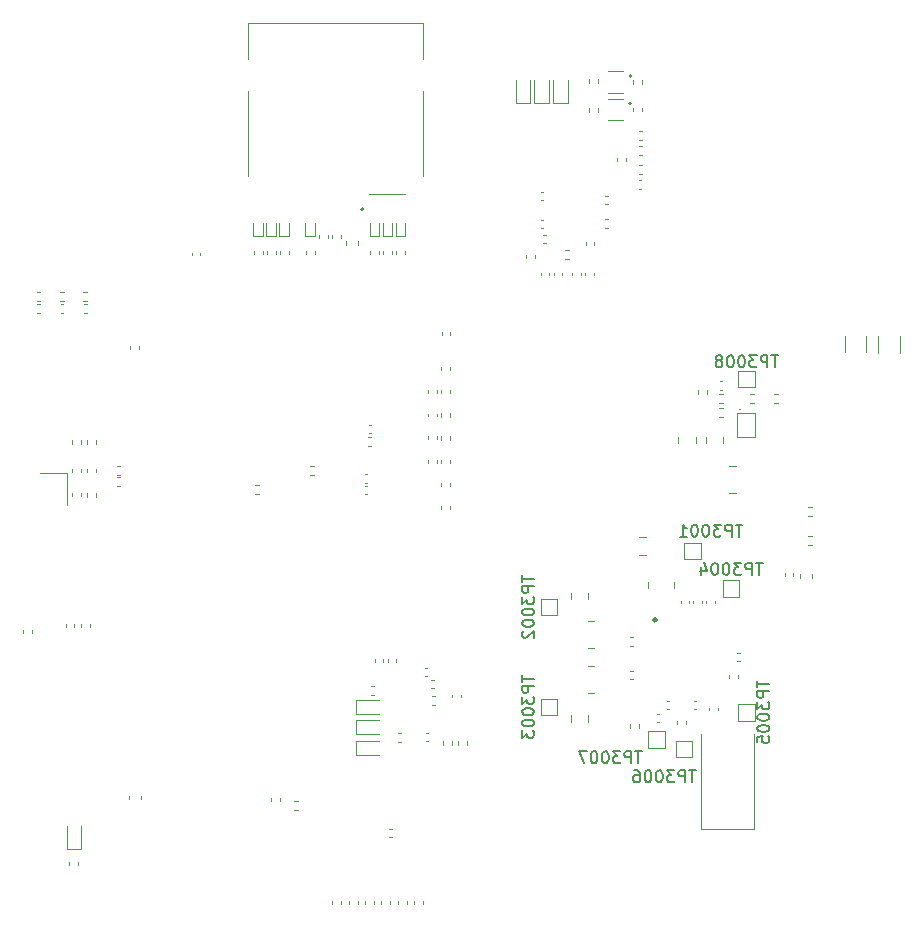
<source format=gbr>
%TF.GenerationSoftware,KiCad,Pcbnew,9.0.1*%
%TF.CreationDate,2026-02-07T17:07:50-05:00*%
%TF.ProjectId,Leonhart,4c656f6e-6861-4727-942e-6b696361645f,rev?*%
%TF.SameCoordinates,Original*%
%TF.FileFunction,Legend,Bot*%
%TF.FilePolarity,Positive*%
%FSLAX46Y46*%
G04 Gerber Fmt 4.6, Leading zero omitted, Abs format (unit mm)*
G04 Created by KiCad (PCBNEW 9.0.1) date 2026-02-07 17:07:50*
%MOMM*%
%LPD*%
G01*
G04 APERTURE LIST*
%ADD10C,0.150000*%
%ADD11C,0.120000*%
%ADD12C,0.250000*%
%ADD13C,0.100000*%
%ADD14C,0.200000*%
%ADD15C,0.050000*%
G04 APERTURE END LIST*
D10*
X162060475Y-128984819D02*
X161489047Y-128984819D01*
X161774761Y-129984819D02*
X161774761Y-128984819D01*
X161155713Y-129984819D02*
X161155713Y-128984819D01*
X161155713Y-128984819D02*
X160774761Y-128984819D01*
X160774761Y-128984819D02*
X160679523Y-129032438D01*
X160679523Y-129032438D02*
X160631904Y-129080057D01*
X160631904Y-129080057D02*
X160584285Y-129175295D01*
X160584285Y-129175295D02*
X160584285Y-129318152D01*
X160584285Y-129318152D02*
X160631904Y-129413390D01*
X160631904Y-129413390D02*
X160679523Y-129461009D01*
X160679523Y-129461009D02*
X160774761Y-129508628D01*
X160774761Y-129508628D02*
X161155713Y-129508628D01*
X160250951Y-128984819D02*
X159631904Y-128984819D01*
X159631904Y-128984819D02*
X159965237Y-129365771D01*
X159965237Y-129365771D02*
X159822380Y-129365771D01*
X159822380Y-129365771D02*
X159727142Y-129413390D01*
X159727142Y-129413390D02*
X159679523Y-129461009D01*
X159679523Y-129461009D02*
X159631904Y-129556247D01*
X159631904Y-129556247D02*
X159631904Y-129794342D01*
X159631904Y-129794342D02*
X159679523Y-129889580D01*
X159679523Y-129889580D02*
X159727142Y-129937200D01*
X159727142Y-129937200D02*
X159822380Y-129984819D01*
X159822380Y-129984819D02*
X160108094Y-129984819D01*
X160108094Y-129984819D02*
X160203332Y-129937200D01*
X160203332Y-129937200D02*
X160250951Y-129889580D01*
X159012856Y-128984819D02*
X158917618Y-128984819D01*
X158917618Y-128984819D02*
X158822380Y-129032438D01*
X158822380Y-129032438D02*
X158774761Y-129080057D01*
X158774761Y-129080057D02*
X158727142Y-129175295D01*
X158727142Y-129175295D02*
X158679523Y-129365771D01*
X158679523Y-129365771D02*
X158679523Y-129603866D01*
X158679523Y-129603866D02*
X158727142Y-129794342D01*
X158727142Y-129794342D02*
X158774761Y-129889580D01*
X158774761Y-129889580D02*
X158822380Y-129937200D01*
X158822380Y-129937200D02*
X158917618Y-129984819D01*
X158917618Y-129984819D02*
X159012856Y-129984819D01*
X159012856Y-129984819D02*
X159108094Y-129937200D01*
X159108094Y-129937200D02*
X159155713Y-129889580D01*
X159155713Y-129889580D02*
X159203332Y-129794342D01*
X159203332Y-129794342D02*
X159250951Y-129603866D01*
X159250951Y-129603866D02*
X159250951Y-129365771D01*
X159250951Y-129365771D02*
X159203332Y-129175295D01*
X159203332Y-129175295D02*
X159155713Y-129080057D01*
X159155713Y-129080057D02*
X159108094Y-129032438D01*
X159108094Y-129032438D02*
X159012856Y-128984819D01*
X158060475Y-128984819D02*
X157965237Y-128984819D01*
X157965237Y-128984819D02*
X157869999Y-129032438D01*
X157869999Y-129032438D02*
X157822380Y-129080057D01*
X157822380Y-129080057D02*
X157774761Y-129175295D01*
X157774761Y-129175295D02*
X157727142Y-129365771D01*
X157727142Y-129365771D02*
X157727142Y-129603866D01*
X157727142Y-129603866D02*
X157774761Y-129794342D01*
X157774761Y-129794342D02*
X157822380Y-129889580D01*
X157822380Y-129889580D02*
X157869999Y-129937200D01*
X157869999Y-129937200D02*
X157965237Y-129984819D01*
X157965237Y-129984819D02*
X158060475Y-129984819D01*
X158060475Y-129984819D02*
X158155713Y-129937200D01*
X158155713Y-129937200D02*
X158203332Y-129889580D01*
X158203332Y-129889580D02*
X158250951Y-129794342D01*
X158250951Y-129794342D02*
X158298570Y-129603866D01*
X158298570Y-129603866D02*
X158298570Y-129365771D01*
X158298570Y-129365771D02*
X158250951Y-129175295D01*
X158250951Y-129175295D02*
X158203332Y-129080057D01*
X158203332Y-129080057D02*
X158155713Y-129032438D01*
X158155713Y-129032438D02*
X158060475Y-128984819D01*
X156869999Y-128984819D02*
X157060475Y-128984819D01*
X157060475Y-128984819D02*
X157155713Y-129032438D01*
X157155713Y-129032438D02*
X157203332Y-129080057D01*
X157203332Y-129080057D02*
X157298570Y-129222914D01*
X157298570Y-129222914D02*
X157346189Y-129413390D01*
X157346189Y-129413390D02*
X157346189Y-129794342D01*
X157346189Y-129794342D02*
X157298570Y-129889580D01*
X157298570Y-129889580D02*
X157250951Y-129937200D01*
X157250951Y-129937200D02*
X157155713Y-129984819D01*
X157155713Y-129984819D02*
X156965237Y-129984819D01*
X156965237Y-129984819D02*
X156869999Y-129937200D01*
X156869999Y-129937200D02*
X156822380Y-129889580D01*
X156822380Y-129889580D02*
X156774761Y-129794342D01*
X156774761Y-129794342D02*
X156774761Y-129556247D01*
X156774761Y-129556247D02*
X156822380Y-129461009D01*
X156822380Y-129461009D02*
X156869999Y-129413390D01*
X156869999Y-129413390D02*
X156965237Y-129365771D01*
X156965237Y-129365771D02*
X157155713Y-129365771D01*
X157155713Y-129365771D02*
X157250951Y-129413390D01*
X157250951Y-129413390D02*
X157298570Y-129461009D01*
X157298570Y-129461009D02*
X157346189Y-129556247D01*
X157490475Y-127374819D02*
X156919047Y-127374819D01*
X157204761Y-128374819D02*
X157204761Y-127374819D01*
X156585713Y-128374819D02*
X156585713Y-127374819D01*
X156585713Y-127374819D02*
X156204761Y-127374819D01*
X156204761Y-127374819D02*
X156109523Y-127422438D01*
X156109523Y-127422438D02*
X156061904Y-127470057D01*
X156061904Y-127470057D02*
X156014285Y-127565295D01*
X156014285Y-127565295D02*
X156014285Y-127708152D01*
X156014285Y-127708152D02*
X156061904Y-127803390D01*
X156061904Y-127803390D02*
X156109523Y-127851009D01*
X156109523Y-127851009D02*
X156204761Y-127898628D01*
X156204761Y-127898628D02*
X156585713Y-127898628D01*
X155680951Y-127374819D02*
X155061904Y-127374819D01*
X155061904Y-127374819D02*
X155395237Y-127755771D01*
X155395237Y-127755771D02*
X155252380Y-127755771D01*
X155252380Y-127755771D02*
X155157142Y-127803390D01*
X155157142Y-127803390D02*
X155109523Y-127851009D01*
X155109523Y-127851009D02*
X155061904Y-127946247D01*
X155061904Y-127946247D02*
X155061904Y-128184342D01*
X155061904Y-128184342D02*
X155109523Y-128279580D01*
X155109523Y-128279580D02*
X155157142Y-128327200D01*
X155157142Y-128327200D02*
X155252380Y-128374819D01*
X155252380Y-128374819D02*
X155538094Y-128374819D01*
X155538094Y-128374819D02*
X155633332Y-128327200D01*
X155633332Y-128327200D02*
X155680951Y-128279580D01*
X154442856Y-127374819D02*
X154347618Y-127374819D01*
X154347618Y-127374819D02*
X154252380Y-127422438D01*
X154252380Y-127422438D02*
X154204761Y-127470057D01*
X154204761Y-127470057D02*
X154157142Y-127565295D01*
X154157142Y-127565295D02*
X154109523Y-127755771D01*
X154109523Y-127755771D02*
X154109523Y-127993866D01*
X154109523Y-127993866D02*
X154157142Y-128184342D01*
X154157142Y-128184342D02*
X154204761Y-128279580D01*
X154204761Y-128279580D02*
X154252380Y-128327200D01*
X154252380Y-128327200D02*
X154347618Y-128374819D01*
X154347618Y-128374819D02*
X154442856Y-128374819D01*
X154442856Y-128374819D02*
X154538094Y-128327200D01*
X154538094Y-128327200D02*
X154585713Y-128279580D01*
X154585713Y-128279580D02*
X154633332Y-128184342D01*
X154633332Y-128184342D02*
X154680951Y-127993866D01*
X154680951Y-127993866D02*
X154680951Y-127755771D01*
X154680951Y-127755771D02*
X154633332Y-127565295D01*
X154633332Y-127565295D02*
X154585713Y-127470057D01*
X154585713Y-127470057D02*
X154538094Y-127422438D01*
X154538094Y-127422438D02*
X154442856Y-127374819D01*
X153490475Y-127374819D02*
X153395237Y-127374819D01*
X153395237Y-127374819D02*
X153299999Y-127422438D01*
X153299999Y-127422438D02*
X153252380Y-127470057D01*
X153252380Y-127470057D02*
X153204761Y-127565295D01*
X153204761Y-127565295D02*
X153157142Y-127755771D01*
X153157142Y-127755771D02*
X153157142Y-127993866D01*
X153157142Y-127993866D02*
X153204761Y-128184342D01*
X153204761Y-128184342D02*
X153252380Y-128279580D01*
X153252380Y-128279580D02*
X153299999Y-128327200D01*
X153299999Y-128327200D02*
X153395237Y-128374819D01*
X153395237Y-128374819D02*
X153490475Y-128374819D01*
X153490475Y-128374819D02*
X153585713Y-128327200D01*
X153585713Y-128327200D02*
X153633332Y-128279580D01*
X153633332Y-128279580D02*
X153680951Y-128184342D01*
X153680951Y-128184342D02*
X153728570Y-127993866D01*
X153728570Y-127993866D02*
X153728570Y-127755771D01*
X153728570Y-127755771D02*
X153680951Y-127565295D01*
X153680951Y-127565295D02*
X153633332Y-127470057D01*
X153633332Y-127470057D02*
X153585713Y-127422438D01*
X153585713Y-127422438D02*
X153490475Y-127374819D01*
X152823808Y-127374819D02*
X152157142Y-127374819D01*
X152157142Y-127374819D02*
X152585713Y-128374819D01*
X165999475Y-108198819D02*
X165428047Y-108198819D01*
X165713761Y-109198819D02*
X165713761Y-108198819D01*
X165094713Y-109198819D02*
X165094713Y-108198819D01*
X165094713Y-108198819D02*
X164713761Y-108198819D01*
X164713761Y-108198819D02*
X164618523Y-108246438D01*
X164618523Y-108246438D02*
X164570904Y-108294057D01*
X164570904Y-108294057D02*
X164523285Y-108389295D01*
X164523285Y-108389295D02*
X164523285Y-108532152D01*
X164523285Y-108532152D02*
X164570904Y-108627390D01*
X164570904Y-108627390D02*
X164618523Y-108675009D01*
X164618523Y-108675009D02*
X164713761Y-108722628D01*
X164713761Y-108722628D02*
X165094713Y-108722628D01*
X164189951Y-108198819D02*
X163570904Y-108198819D01*
X163570904Y-108198819D02*
X163904237Y-108579771D01*
X163904237Y-108579771D02*
X163761380Y-108579771D01*
X163761380Y-108579771D02*
X163666142Y-108627390D01*
X163666142Y-108627390D02*
X163618523Y-108675009D01*
X163618523Y-108675009D02*
X163570904Y-108770247D01*
X163570904Y-108770247D02*
X163570904Y-109008342D01*
X163570904Y-109008342D02*
X163618523Y-109103580D01*
X163618523Y-109103580D02*
X163666142Y-109151200D01*
X163666142Y-109151200D02*
X163761380Y-109198819D01*
X163761380Y-109198819D02*
X164047094Y-109198819D01*
X164047094Y-109198819D02*
X164142332Y-109151200D01*
X164142332Y-109151200D02*
X164189951Y-109103580D01*
X162951856Y-108198819D02*
X162856618Y-108198819D01*
X162856618Y-108198819D02*
X162761380Y-108246438D01*
X162761380Y-108246438D02*
X162713761Y-108294057D01*
X162713761Y-108294057D02*
X162666142Y-108389295D01*
X162666142Y-108389295D02*
X162618523Y-108579771D01*
X162618523Y-108579771D02*
X162618523Y-108817866D01*
X162618523Y-108817866D02*
X162666142Y-109008342D01*
X162666142Y-109008342D02*
X162713761Y-109103580D01*
X162713761Y-109103580D02*
X162761380Y-109151200D01*
X162761380Y-109151200D02*
X162856618Y-109198819D01*
X162856618Y-109198819D02*
X162951856Y-109198819D01*
X162951856Y-109198819D02*
X163047094Y-109151200D01*
X163047094Y-109151200D02*
X163094713Y-109103580D01*
X163094713Y-109103580D02*
X163142332Y-109008342D01*
X163142332Y-109008342D02*
X163189951Y-108817866D01*
X163189951Y-108817866D02*
X163189951Y-108579771D01*
X163189951Y-108579771D02*
X163142332Y-108389295D01*
X163142332Y-108389295D02*
X163094713Y-108294057D01*
X163094713Y-108294057D02*
X163047094Y-108246438D01*
X163047094Y-108246438D02*
X162951856Y-108198819D01*
X161999475Y-108198819D02*
X161904237Y-108198819D01*
X161904237Y-108198819D02*
X161808999Y-108246438D01*
X161808999Y-108246438D02*
X161761380Y-108294057D01*
X161761380Y-108294057D02*
X161713761Y-108389295D01*
X161713761Y-108389295D02*
X161666142Y-108579771D01*
X161666142Y-108579771D02*
X161666142Y-108817866D01*
X161666142Y-108817866D02*
X161713761Y-109008342D01*
X161713761Y-109008342D02*
X161761380Y-109103580D01*
X161761380Y-109103580D02*
X161808999Y-109151200D01*
X161808999Y-109151200D02*
X161904237Y-109198819D01*
X161904237Y-109198819D02*
X161999475Y-109198819D01*
X161999475Y-109198819D02*
X162094713Y-109151200D01*
X162094713Y-109151200D02*
X162142332Y-109103580D01*
X162142332Y-109103580D02*
X162189951Y-109008342D01*
X162189951Y-109008342D02*
X162237570Y-108817866D01*
X162237570Y-108817866D02*
X162237570Y-108579771D01*
X162237570Y-108579771D02*
X162189951Y-108389295D01*
X162189951Y-108389295D02*
X162142332Y-108294057D01*
X162142332Y-108294057D02*
X162094713Y-108246438D01*
X162094713Y-108246438D02*
X161999475Y-108198819D01*
X160713761Y-109198819D02*
X161285189Y-109198819D01*
X160999475Y-109198819D02*
X160999475Y-108198819D01*
X160999475Y-108198819D02*
X161094713Y-108341676D01*
X161094713Y-108341676D02*
X161189951Y-108436914D01*
X161189951Y-108436914D02*
X161285189Y-108484533D01*
X147355819Y-120935524D02*
X147355819Y-121506952D01*
X148355819Y-121221238D02*
X147355819Y-121221238D01*
X148355819Y-121840286D02*
X147355819Y-121840286D01*
X147355819Y-121840286D02*
X147355819Y-122221238D01*
X147355819Y-122221238D02*
X147403438Y-122316476D01*
X147403438Y-122316476D02*
X147451057Y-122364095D01*
X147451057Y-122364095D02*
X147546295Y-122411714D01*
X147546295Y-122411714D02*
X147689152Y-122411714D01*
X147689152Y-122411714D02*
X147784390Y-122364095D01*
X147784390Y-122364095D02*
X147832009Y-122316476D01*
X147832009Y-122316476D02*
X147879628Y-122221238D01*
X147879628Y-122221238D02*
X147879628Y-121840286D01*
X147355819Y-122745048D02*
X147355819Y-123364095D01*
X147355819Y-123364095D02*
X147736771Y-123030762D01*
X147736771Y-123030762D02*
X147736771Y-123173619D01*
X147736771Y-123173619D02*
X147784390Y-123268857D01*
X147784390Y-123268857D02*
X147832009Y-123316476D01*
X147832009Y-123316476D02*
X147927247Y-123364095D01*
X147927247Y-123364095D02*
X148165342Y-123364095D01*
X148165342Y-123364095D02*
X148260580Y-123316476D01*
X148260580Y-123316476D02*
X148308200Y-123268857D01*
X148308200Y-123268857D02*
X148355819Y-123173619D01*
X148355819Y-123173619D02*
X148355819Y-122887905D01*
X148355819Y-122887905D02*
X148308200Y-122792667D01*
X148308200Y-122792667D02*
X148260580Y-122745048D01*
X147355819Y-123983143D02*
X147355819Y-124078381D01*
X147355819Y-124078381D02*
X147403438Y-124173619D01*
X147403438Y-124173619D02*
X147451057Y-124221238D01*
X147451057Y-124221238D02*
X147546295Y-124268857D01*
X147546295Y-124268857D02*
X147736771Y-124316476D01*
X147736771Y-124316476D02*
X147974866Y-124316476D01*
X147974866Y-124316476D02*
X148165342Y-124268857D01*
X148165342Y-124268857D02*
X148260580Y-124221238D01*
X148260580Y-124221238D02*
X148308200Y-124173619D01*
X148308200Y-124173619D02*
X148355819Y-124078381D01*
X148355819Y-124078381D02*
X148355819Y-123983143D01*
X148355819Y-123983143D02*
X148308200Y-123887905D01*
X148308200Y-123887905D02*
X148260580Y-123840286D01*
X148260580Y-123840286D02*
X148165342Y-123792667D01*
X148165342Y-123792667D02*
X147974866Y-123745048D01*
X147974866Y-123745048D02*
X147736771Y-123745048D01*
X147736771Y-123745048D02*
X147546295Y-123792667D01*
X147546295Y-123792667D02*
X147451057Y-123840286D01*
X147451057Y-123840286D02*
X147403438Y-123887905D01*
X147403438Y-123887905D02*
X147355819Y-123983143D01*
X147355819Y-124935524D02*
X147355819Y-125030762D01*
X147355819Y-125030762D02*
X147403438Y-125126000D01*
X147403438Y-125126000D02*
X147451057Y-125173619D01*
X147451057Y-125173619D02*
X147546295Y-125221238D01*
X147546295Y-125221238D02*
X147736771Y-125268857D01*
X147736771Y-125268857D02*
X147974866Y-125268857D01*
X147974866Y-125268857D02*
X148165342Y-125221238D01*
X148165342Y-125221238D02*
X148260580Y-125173619D01*
X148260580Y-125173619D02*
X148308200Y-125126000D01*
X148308200Y-125126000D02*
X148355819Y-125030762D01*
X148355819Y-125030762D02*
X148355819Y-124935524D01*
X148355819Y-124935524D02*
X148308200Y-124840286D01*
X148308200Y-124840286D02*
X148260580Y-124792667D01*
X148260580Y-124792667D02*
X148165342Y-124745048D01*
X148165342Y-124745048D02*
X147974866Y-124697429D01*
X147974866Y-124697429D02*
X147736771Y-124697429D01*
X147736771Y-124697429D02*
X147546295Y-124745048D01*
X147546295Y-124745048D02*
X147451057Y-124792667D01*
X147451057Y-124792667D02*
X147403438Y-124840286D01*
X147403438Y-124840286D02*
X147355819Y-124935524D01*
X147355819Y-125602191D02*
X147355819Y-126221238D01*
X147355819Y-126221238D02*
X147736771Y-125887905D01*
X147736771Y-125887905D02*
X147736771Y-126030762D01*
X147736771Y-126030762D02*
X147784390Y-126126000D01*
X147784390Y-126126000D02*
X147832009Y-126173619D01*
X147832009Y-126173619D02*
X147927247Y-126221238D01*
X147927247Y-126221238D02*
X148165342Y-126221238D01*
X148165342Y-126221238D02*
X148260580Y-126173619D01*
X148260580Y-126173619D02*
X148308200Y-126126000D01*
X148308200Y-126126000D02*
X148355819Y-126030762D01*
X148355819Y-126030762D02*
X148355819Y-125745048D01*
X148355819Y-125745048D02*
X148308200Y-125649810D01*
X148308200Y-125649810D02*
X148260580Y-125602191D01*
X167269819Y-121393524D02*
X167269819Y-121964952D01*
X168269819Y-121679238D02*
X167269819Y-121679238D01*
X168269819Y-122298286D02*
X167269819Y-122298286D01*
X167269819Y-122298286D02*
X167269819Y-122679238D01*
X167269819Y-122679238D02*
X167317438Y-122774476D01*
X167317438Y-122774476D02*
X167365057Y-122822095D01*
X167365057Y-122822095D02*
X167460295Y-122869714D01*
X167460295Y-122869714D02*
X167603152Y-122869714D01*
X167603152Y-122869714D02*
X167698390Y-122822095D01*
X167698390Y-122822095D02*
X167746009Y-122774476D01*
X167746009Y-122774476D02*
X167793628Y-122679238D01*
X167793628Y-122679238D02*
X167793628Y-122298286D01*
X167269819Y-123203048D02*
X167269819Y-123822095D01*
X167269819Y-123822095D02*
X167650771Y-123488762D01*
X167650771Y-123488762D02*
X167650771Y-123631619D01*
X167650771Y-123631619D02*
X167698390Y-123726857D01*
X167698390Y-123726857D02*
X167746009Y-123774476D01*
X167746009Y-123774476D02*
X167841247Y-123822095D01*
X167841247Y-123822095D02*
X168079342Y-123822095D01*
X168079342Y-123822095D02*
X168174580Y-123774476D01*
X168174580Y-123774476D02*
X168222200Y-123726857D01*
X168222200Y-123726857D02*
X168269819Y-123631619D01*
X168269819Y-123631619D02*
X168269819Y-123345905D01*
X168269819Y-123345905D02*
X168222200Y-123250667D01*
X168222200Y-123250667D02*
X168174580Y-123203048D01*
X167269819Y-124441143D02*
X167269819Y-124536381D01*
X167269819Y-124536381D02*
X167317438Y-124631619D01*
X167317438Y-124631619D02*
X167365057Y-124679238D01*
X167365057Y-124679238D02*
X167460295Y-124726857D01*
X167460295Y-124726857D02*
X167650771Y-124774476D01*
X167650771Y-124774476D02*
X167888866Y-124774476D01*
X167888866Y-124774476D02*
X168079342Y-124726857D01*
X168079342Y-124726857D02*
X168174580Y-124679238D01*
X168174580Y-124679238D02*
X168222200Y-124631619D01*
X168222200Y-124631619D02*
X168269819Y-124536381D01*
X168269819Y-124536381D02*
X168269819Y-124441143D01*
X168269819Y-124441143D02*
X168222200Y-124345905D01*
X168222200Y-124345905D02*
X168174580Y-124298286D01*
X168174580Y-124298286D02*
X168079342Y-124250667D01*
X168079342Y-124250667D02*
X167888866Y-124203048D01*
X167888866Y-124203048D02*
X167650771Y-124203048D01*
X167650771Y-124203048D02*
X167460295Y-124250667D01*
X167460295Y-124250667D02*
X167365057Y-124298286D01*
X167365057Y-124298286D02*
X167317438Y-124345905D01*
X167317438Y-124345905D02*
X167269819Y-124441143D01*
X167269819Y-125393524D02*
X167269819Y-125488762D01*
X167269819Y-125488762D02*
X167317438Y-125584000D01*
X167317438Y-125584000D02*
X167365057Y-125631619D01*
X167365057Y-125631619D02*
X167460295Y-125679238D01*
X167460295Y-125679238D02*
X167650771Y-125726857D01*
X167650771Y-125726857D02*
X167888866Y-125726857D01*
X167888866Y-125726857D02*
X168079342Y-125679238D01*
X168079342Y-125679238D02*
X168174580Y-125631619D01*
X168174580Y-125631619D02*
X168222200Y-125584000D01*
X168222200Y-125584000D02*
X168269819Y-125488762D01*
X168269819Y-125488762D02*
X168269819Y-125393524D01*
X168269819Y-125393524D02*
X168222200Y-125298286D01*
X168222200Y-125298286D02*
X168174580Y-125250667D01*
X168174580Y-125250667D02*
X168079342Y-125203048D01*
X168079342Y-125203048D02*
X167888866Y-125155429D01*
X167888866Y-125155429D02*
X167650771Y-125155429D01*
X167650771Y-125155429D02*
X167460295Y-125203048D01*
X167460295Y-125203048D02*
X167365057Y-125250667D01*
X167365057Y-125250667D02*
X167317438Y-125298286D01*
X167317438Y-125298286D02*
X167269819Y-125393524D01*
X167269819Y-126631619D02*
X167269819Y-126155429D01*
X167269819Y-126155429D02*
X167746009Y-126107810D01*
X167746009Y-126107810D02*
X167698390Y-126155429D01*
X167698390Y-126155429D02*
X167650771Y-126250667D01*
X167650771Y-126250667D02*
X167650771Y-126488762D01*
X167650771Y-126488762D02*
X167698390Y-126584000D01*
X167698390Y-126584000D02*
X167746009Y-126631619D01*
X167746009Y-126631619D02*
X167841247Y-126679238D01*
X167841247Y-126679238D02*
X168079342Y-126679238D01*
X168079342Y-126679238D02*
X168174580Y-126631619D01*
X168174580Y-126631619D02*
X168222200Y-126584000D01*
X168222200Y-126584000D02*
X168269819Y-126488762D01*
X168269819Y-126488762D02*
X168269819Y-126250667D01*
X168269819Y-126250667D02*
X168222200Y-126155429D01*
X168222200Y-126155429D02*
X168174580Y-126107810D01*
X147355819Y-112485524D02*
X147355819Y-113056952D01*
X148355819Y-112771238D02*
X147355819Y-112771238D01*
X148355819Y-113390286D02*
X147355819Y-113390286D01*
X147355819Y-113390286D02*
X147355819Y-113771238D01*
X147355819Y-113771238D02*
X147403438Y-113866476D01*
X147403438Y-113866476D02*
X147451057Y-113914095D01*
X147451057Y-113914095D02*
X147546295Y-113961714D01*
X147546295Y-113961714D02*
X147689152Y-113961714D01*
X147689152Y-113961714D02*
X147784390Y-113914095D01*
X147784390Y-113914095D02*
X147832009Y-113866476D01*
X147832009Y-113866476D02*
X147879628Y-113771238D01*
X147879628Y-113771238D02*
X147879628Y-113390286D01*
X147355819Y-114295048D02*
X147355819Y-114914095D01*
X147355819Y-114914095D02*
X147736771Y-114580762D01*
X147736771Y-114580762D02*
X147736771Y-114723619D01*
X147736771Y-114723619D02*
X147784390Y-114818857D01*
X147784390Y-114818857D02*
X147832009Y-114866476D01*
X147832009Y-114866476D02*
X147927247Y-114914095D01*
X147927247Y-114914095D02*
X148165342Y-114914095D01*
X148165342Y-114914095D02*
X148260580Y-114866476D01*
X148260580Y-114866476D02*
X148308200Y-114818857D01*
X148308200Y-114818857D02*
X148355819Y-114723619D01*
X148355819Y-114723619D02*
X148355819Y-114437905D01*
X148355819Y-114437905D02*
X148308200Y-114342667D01*
X148308200Y-114342667D02*
X148260580Y-114295048D01*
X147355819Y-115533143D02*
X147355819Y-115628381D01*
X147355819Y-115628381D02*
X147403438Y-115723619D01*
X147403438Y-115723619D02*
X147451057Y-115771238D01*
X147451057Y-115771238D02*
X147546295Y-115818857D01*
X147546295Y-115818857D02*
X147736771Y-115866476D01*
X147736771Y-115866476D02*
X147974866Y-115866476D01*
X147974866Y-115866476D02*
X148165342Y-115818857D01*
X148165342Y-115818857D02*
X148260580Y-115771238D01*
X148260580Y-115771238D02*
X148308200Y-115723619D01*
X148308200Y-115723619D02*
X148355819Y-115628381D01*
X148355819Y-115628381D02*
X148355819Y-115533143D01*
X148355819Y-115533143D02*
X148308200Y-115437905D01*
X148308200Y-115437905D02*
X148260580Y-115390286D01*
X148260580Y-115390286D02*
X148165342Y-115342667D01*
X148165342Y-115342667D02*
X147974866Y-115295048D01*
X147974866Y-115295048D02*
X147736771Y-115295048D01*
X147736771Y-115295048D02*
X147546295Y-115342667D01*
X147546295Y-115342667D02*
X147451057Y-115390286D01*
X147451057Y-115390286D02*
X147403438Y-115437905D01*
X147403438Y-115437905D02*
X147355819Y-115533143D01*
X147355819Y-116485524D02*
X147355819Y-116580762D01*
X147355819Y-116580762D02*
X147403438Y-116676000D01*
X147403438Y-116676000D02*
X147451057Y-116723619D01*
X147451057Y-116723619D02*
X147546295Y-116771238D01*
X147546295Y-116771238D02*
X147736771Y-116818857D01*
X147736771Y-116818857D02*
X147974866Y-116818857D01*
X147974866Y-116818857D02*
X148165342Y-116771238D01*
X148165342Y-116771238D02*
X148260580Y-116723619D01*
X148260580Y-116723619D02*
X148308200Y-116676000D01*
X148308200Y-116676000D02*
X148355819Y-116580762D01*
X148355819Y-116580762D02*
X148355819Y-116485524D01*
X148355819Y-116485524D02*
X148308200Y-116390286D01*
X148308200Y-116390286D02*
X148260580Y-116342667D01*
X148260580Y-116342667D02*
X148165342Y-116295048D01*
X148165342Y-116295048D02*
X147974866Y-116247429D01*
X147974866Y-116247429D02*
X147736771Y-116247429D01*
X147736771Y-116247429D02*
X147546295Y-116295048D01*
X147546295Y-116295048D02*
X147451057Y-116342667D01*
X147451057Y-116342667D02*
X147403438Y-116390286D01*
X147403438Y-116390286D02*
X147355819Y-116485524D01*
X147451057Y-117199810D02*
X147403438Y-117247429D01*
X147403438Y-117247429D02*
X147355819Y-117342667D01*
X147355819Y-117342667D02*
X147355819Y-117580762D01*
X147355819Y-117580762D02*
X147403438Y-117676000D01*
X147403438Y-117676000D02*
X147451057Y-117723619D01*
X147451057Y-117723619D02*
X147546295Y-117771238D01*
X147546295Y-117771238D02*
X147641533Y-117771238D01*
X147641533Y-117771238D02*
X147784390Y-117723619D01*
X147784390Y-117723619D02*
X148355819Y-117152191D01*
X148355819Y-117152191D02*
X148355819Y-117771238D01*
X167721475Y-111429819D02*
X167150047Y-111429819D01*
X167435761Y-112429819D02*
X167435761Y-111429819D01*
X166816713Y-112429819D02*
X166816713Y-111429819D01*
X166816713Y-111429819D02*
X166435761Y-111429819D01*
X166435761Y-111429819D02*
X166340523Y-111477438D01*
X166340523Y-111477438D02*
X166292904Y-111525057D01*
X166292904Y-111525057D02*
X166245285Y-111620295D01*
X166245285Y-111620295D02*
X166245285Y-111763152D01*
X166245285Y-111763152D02*
X166292904Y-111858390D01*
X166292904Y-111858390D02*
X166340523Y-111906009D01*
X166340523Y-111906009D02*
X166435761Y-111953628D01*
X166435761Y-111953628D02*
X166816713Y-111953628D01*
X165911951Y-111429819D02*
X165292904Y-111429819D01*
X165292904Y-111429819D02*
X165626237Y-111810771D01*
X165626237Y-111810771D02*
X165483380Y-111810771D01*
X165483380Y-111810771D02*
X165388142Y-111858390D01*
X165388142Y-111858390D02*
X165340523Y-111906009D01*
X165340523Y-111906009D02*
X165292904Y-112001247D01*
X165292904Y-112001247D02*
X165292904Y-112239342D01*
X165292904Y-112239342D02*
X165340523Y-112334580D01*
X165340523Y-112334580D02*
X165388142Y-112382200D01*
X165388142Y-112382200D02*
X165483380Y-112429819D01*
X165483380Y-112429819D02*
X165769094Y-112429819D01*
X165769094Y-112429819D02*
X165864332Y-112382200D01*
X165864332Y-112382200D02*
X165911951Y-112334580D01*
X164673856Y-111429819D02*
X164578618Y-111429819D01*
X164578618Y-111429819D02*
X164483380Y-111477438D01*
X164483380Y-111477438D02*
X164435761Y-111525057D01*
X164435761Y-111525057D02*
X164388142Y-111620295D01*
X164388142Y-111620295D02*
X164340523Y-111810771D01*
X164340523Y-111810771D02*
X164340523Y-112048866D01*
X164340523Y-112048866D02*
X164388142Y-112239342D01*
X164388142Y-112239342D02*
X164435761Y-112334580D01*
X164435761Y-112334580D02*
X164483380Y-112382200D01*
X164483380Y-112382200D02*
X164578618Y-112429819D01*
X164578618Y-112429819D02*
X164673856Y-112429819D01*
X164673856Y-112429819D02*
X164769094Y-112382200D01*
X164769094Y-112382200D02*
X164816713Y-112334580D01*
X164816713Y-112334580D02*
X164864332Y-112239342D01*
X164864332Y-112239342D02*
X164911951Y-112048866D01*
X164911951Y-112048866D02*
X164911951Y-111810771D01*
X164911951Y-111810771D02*
X164864332Y-111620295D01*
X164864332Y-111620295D02*
X164816713Y-111525057D01*
X164816713Y-111525057D02*
X164769094Y-111477438D01*
X164769094Y-111477438D02*
X164673856Y-111429819D01*
X163721475Y-111429819D02*
X163626237Y-111429819D01*
X163626237Y-111429819D02*
X163530999Y-111477438D01*
X163530999Y-111477438D02*
X163483380Y-111525057D01*
X163483380Y-111525057D02*
X163435761Y-111620295D01*
X163435761Y-111620295D02*
X163388142Y-111810771D01*
X163388142Y-111810771D02*
X163388142Y-112048866D01*
X163388142Y-112048866D02*
X163435761Y-112239342D01*
X163435761Y-112239342D02*
X163483380Y-112334580D01*
X163483380Y-112334580D02*
X163530999Y-112382200D01*
X163530999Y-112382200D02*
X163626237Y-112429819D01*
X163626237Y-112429819D02*
X163721475Y-112429819D01*
X163721475Y-112429819D02*
X163816713Y-112382200D01*
X163816713Y-112382200D02*
X163864332Y-112334580D01*
X163864332Y-112334580D02*
X163911951Y-112239342D01*
X163911951Y-112239342D02*
X163959570Y-112048866D01*
X163959570Y-112048866D02*
X163959570Y-111810771D01*
X163959570Y-111810771D02*
X163911951Y-111620295D01*
X163911951Y-111620295D02*
X163864332Y-111525057D01*
X163864332Y-111525057D02*
X163816713Y-111477438D01*
X163816713Y-111477438D02*
X163721475Y-111429819D01*
X162530999Y-111763152D02*
X162530999Y-112429819D01*
X162769094Y-111382200D02*
X163007189Y-112096485D01*
X163007189Y-112096485D02*
X162388142Y-112096485D01*
X169029475Y-93859819D02*
X168458047Y-93859819D01*
X168743761Y-94859819D02*
X168743761Y-93859819D01*
X168124713Y-94859819D02*
X168124713Y-93859819D01*
X168124713Y-93859819D02*
X167743761Y-93859819D01*
X167743761Y-93859819D02*
X167648523Y-93907438D01*
X167648523Y-93907438D02*
X167600904Y-93955057D01*
X167600904Y-93955057D02*
X167553285Y-94050295D01*
X167553285Y-94050295D02*
X167553285Y-94193152D01*
X167553285Y-94193152D02*
X167600904Y-94288390D01*
X167600904Y-94288390D02*
X167648523Y-94336009D01*
X167648523Y-94336009D02*
X167743761Y-94383628D01*
X167743761Y-94383628D02*
X168124713Y-94383628D01*
X167219951Y-93859819D02*
X166600904Y-93859819D01*
X166600904Y-93859819D02*
X166934237Y-94240771D01*
X166934237Y-94240771D02*
X166791380Y-94240771D01*
X166791380Y-94240771D02*
X166696142Y-94288390D01*
X166696142Y-94288390D02*
X166648523Y-94336009D01*
X166648523Y-94336009D02*
X166600904Y-94431247D01*
X166600904Y-94431247D02*
X166600904Y-94669342D01*
X166600904Y-94669342D02*
X166648523Y-94764580D01*
X166648523Y-94764580D02*
X166696142Y-94812200D01*
X166696142Y-94812200D02*
X166791380Y-94859819D01*
X166791380Y-94859819D02*
X167077094Y-94859819D01*
X167077094Y-94859819D02*
X167172332Y-94812200D01*
X167172332Y-94812200D02*
X167219951Y-94764580D01*
X165981856Y-93859819D02*
X165886618Y-93859819D01*
X165886618Y-93859819D02*
X165791380Y-93907438D01*
X165791380Y-93907438D02*
X165743761Y-93955057D01*
X165743761Y-93955057D02*
X165696142Y-94050295D01*
X165696142Y-94050295D02*
X165648523Y-94240771D01*
X165648523Y-94240771D02*
X165648523Y-94478866D01*
X165648523Y-94478866D02*
X165696142Y-94669342D01*
X165696142Y-94669342D02*
X165743761Y-94764580D01*
X165743761Y-94764580D02*
X165791380Y-94812200D01*
X165791380Y-94812200D02*
X165886618Y-94859819D01*
X165886618Y-94859819D02*
X165981856Y-94859819D01*
X165981856Y-94859819D02*
X166077094Y-94812200D01*
X166077094Y-94812200D02*
X166124713Y-94764580D01*
X166124713Y-94764580D02*
X166172332Y-94669342D01*
X166172332Y-94669342D02*
X166219951Y-94478866D01*
X166219951Y-94478866D02*
X166219951Y-94240771D01*
X166219951Y-94240771D02*
X166172332Y-94050295D01*
X166172332Y-94050295D02*
X166124713Y-93955057D01*
X166124713Y-93955057D02*
X166077094Y-93907438D01*
X166077094Y-93907438D02*
X165981856Y-93859819D01*
X165029475Y-93859819D02*
X164934237Y-93859819D01*
X164934237Y-93859819D02*
X164838999Y-93907438D01*
X164838999Y-93907438D02*
X164791380Y-93955057D01*
X164791380Y-93955057D02*
X164743761Y-94050295D01*
X164743761Y-94050295D02*
X164696142Y-94240771D01*
X164696142Y-94240771D02*
X164696142Y-94478866D01*
X164696142Y-94478866D02*
X164743761Y-94669342D01*
X164743761Y-94669342D02*
X164791380Y-94764580D01*
X164791380Y-94764580D02*
X164838999Y-94812200D01*
X164838999Y-94812200D02*
X164934237Y-94859819D01*
X164934237Y-94859819D02*
X165029475Y-94859819D01*
X165029475Y-94859819D02*
X165124713Y-94812200D01*
X165124713Y-94812200D02*
X165172332Y-94764580D01*
X165172332Y-94764580D02*
X165219951Y-94669342D01*
X165219951Y-94669342D02*
X165267570Y-94478866D01*
X165267570Y-94478866D02*
X165267570Y-94240771D01*
X165267570Y-94240771D02*
X165219951Y-94050295D01*
X165219951Y-94050295D02*
X165172332Y-93955057D01*
X165172332Y-93955057D02*
X165124713Y-93907438D01*
X165124713Y-93907438D02*
X165029475Y-93859819D01*
X164124713Y-94288390D02*
X164219951Y-94240771D01*
X164219951Y-94240771D02*
X164267570Y-94193152D01*
X164267570Y-94193152D02*
X164315189Y-94097914D01*
X164315189Y-94097914D02*
X164315189Y-94050295D01*
X164315189Y-94050295D02*
X164267570Y-93955057D01*
X164267570Y-93955057D02*
X164219951Y-93907438D01*
X164219951Y-93907438D02*
X164124713Y-93859819D01*
X164124713Y-93859819D02*
X163934237Y-93859819D01*
X163934237Y-93859819D02*
X163838999Y-93907438D01*
X163838999Y-93907438D02*
X163791380Y-93955057D01*
X163791380Y-93955057D02*
X163743761Y-94050295D01*
X163743761Y-94050295D02*
X163743761Y-94097914D01*
X163743761Y-94097914D02*
X163791380Y-94193152D01*
X163791380Y-94193152D02*
X163838999Y-94240771D01*
X163838999Y-94240771D02*
X163934237Y-94288390D01*
X163934237Y-94288390D02*
X164124713Y-94288390D01*
X164124713Y-94288390D02*
X164219951Y-94336009D01*
X164219951Y-94336009D02*
X164267570Y-94383628D01*
X164267570Y-94383628D02*
X164315189Y-94478866D01*
X164315189Y-94478866D02*
X164315189Y-94669342D01*
X164315189Y-94669342D02*
X164267570Y-94764580D01*
X164267570Y-94764580D02*
X164219951Y-94812200D01*
X164219951Y-94812200D02*
X164124713Y-94859819D01*
X164124713Y-94859819D02*
X163934237Y-94859819D01*
X163934237Y-94859819D02*
X163838999Y-94812200D01*
X163838999Y-94812200D02*
X163791380Y-94764580D01*
X163791380Y-94764580D02*
X163743761Y-94669342D01*
X163743761Y-94669342D02*
X163743761Y-94478866D01*
X163743761Y-94478866D02*
X163791380Y-94383628D01*
X163791380Y-94383628D02*
X163838999Y-94336009D01*
X163838999Y-94336009D02*
X163934237Y-94288390D01*
D11*
%TO.C,R1061*%
X134053000Y-140017359D02*
X134053000Y-140324641D01*
X134813000Y-140017359D02*
X134813000Y-140324641D01*
%TO.C,D1004*%
X108811000Y-133711000D02*
X108811000Y-135671000D01*
X110011000Y-133711000D02*
X110011000Y-135671000D01*
X110011000Y-135671000D02*
X108811000Y-135671000D01*
%TO.C,C3002*%
X160791000Y-114838836D02*
X160791000Y-114623164D01*
X161511000Y-114838836D02*
X161511000Y-114623164D01*
%TO.C,R1019*%
X114181000Y-93027359D02*
X114181000Y-93334641D01*
X114941000Y-93027359D02*
X114941000Y-93334641D01*
%TO.C,R6026*%
X134461000Y-85289641D02*
X134461000Y-84982359D01*
X135221000Y-85289641D02*
X135221000Y-84982359D01*
%TO.C,C3015*%
X160491000Y-124833164D02*
X160491000Y-125048836D01*
X161211000Y-124833164D02*
X161211000Y-125048836D01*
%TO.C,R3013*%
X162211625Y-97114641D02*
X162211625Y-96807359D01*
X162971625Y-97114641D02*
X162971625Y-96807359D01*
%TO.C,C3012*%
X159833836Y-123111000D02*
X159618164Y-123111000D01*
X159833836Y-123831000D02*
X159618164Y-123831000D01*
%TO.C,C3099*%
X139416000Y-102961036D02*
X139416000Y-102745364D01*
X140136000Y-102961036D02*
X140136000Y-102745364D01*
%TO.C,C6005*%
X137078836Y-125836000D02*
X136863164Y-125836000D01*
X137078836Y-126556000D02*
X136863164Y-126556000D01*
%TO.C,TP3006*%
X160364000Y-126474000D02*
X160364000Y-127874000D01*
X160364000Y-127874000D02*
X161764000Y-127874000D01*
X161764000Y-126474000D02*
X160364000Y-126474000D01*
X161764000Y-127874000D02*
X161764000Y-126474000D01*
%TO.C,FB3003*%
X140521000Y-101019641D02*
X140521000Y-100712359D01*
X141281000Y-101019641D02*
X141281000Y-100712359D01*
%TO.C,C5006*%
X157253164Y-74866000D02*
X157468836Y-74866000D01*
X157253164Y-75586000D02*
X157468836Y-75586000D01*
%TO.C,C3005*%
X156708836Y-117741000D02*
X156493164Y-117741000D01*
X156708836Y-118461000D02*
X156493164Y-118461000D01*
%TO.C,R1057*%
X132665000Y-140324641D02*
X132665000Y-140017359D01*
X133425000Y-140324641D02*
X133425000Y-140017359D01*
%TO.C,C5004*%
X157253164Y-77741000D02*
X157468836Y-77741000D01*
X157253164Y-78461000D02*
X157468836Y-78461000D01*
%TO.C,R3009*%
X113017359Y-104171000D02*
X113324641Y-104171000D01*
X113017359Y-104931000D02*
X113324641Y-104931000D01*
%TO.C,FB3006*%
X140521000Y-97074641D02*
X140521000Y-96767359D01*
X141281000Y-97074641D02*
X141281000Y-96767359D01*
%TO.C,C6012*%
X162480000Y-133995000D02*
X162480000Y-125930000D01*
X167000000Y-125930000D02*
X167000000Y-133995000D01*
X167000000Y-133995000D02*
X162480000Y-133995000D01*
%TO.C,C3014*%
X163216000Y-123673718D02*
X163216000Y-123889390D01*
X163936000Y-123673718D02*
X163936000Y-123889390D01*
%TO.C,R6016*%
X171904641Y-109111000D02*
X171597359Y-109111000D01*
X171904641Y-109871000D02*
X171597359Y-109871000D01*
%TO.C,C5005*%
X157253164Y-76141000D02*
X157468836Y-76141000D01*
X157253164Y-76861000D02*
X157468836Y-76861000D01*
%TO.C,C3013*%
X162941000Y-114833836D02*
X162941000Y-114618164D01*
X163661000Y-114833836D02*
X163661000Y-114618164D01*
%TO.C,R1053*%
X109241000Y-101047359D02*
X109241000Y-101354641D01*
X110001000Y-101047359D02*
X110001000Y-101354641D01*
%TO.C,C3082*%
X110021000Y-116608164D02*
X110021000Y-116823836D01*
X110741000Y-116608164D02*
X110741000Y-116823836D01*
%TO.C,FB3002*%
X140521000Y-106595759D02*
X140521000Y-106903041D01*
X141281000Y-106595759D02*
X141281000Y-106903041D01*
%TO.C,C5009*%
X154588836Y-82351000D02*
X154373164Y-82351000D01*
X154588836Y-83071000D02*
X154373164Y-83071000D01*
%TO.C,TP3007*%
X158020000Y-125675000D02*
X158020000Y-127075000D01*
X158020000Y-127075000D02*
X159420000Y-127075000D01*
X159420000Y-125675000D02*
X158020000Y-125675000D01*
X159420000Y-127075000D02*
X159420000Y-125675000D01*
%TO.C,X1002*%
X106541000Y-103811000D02*
X108841000Y-103811000D01*
X108841000Y-103811000D02*
X108841000Y-106511000D01*
%TO.C,R1059*%
X109031000Y-136727359D02*
X109031000Y-137034641D01*
X109791000Y-136727359D02*
X109791000Y-137034641D01*
%TO.C,C3033*%
X134013164Y-104901000D02*
X134228836Y-104901000D01*
X134013164Y-105621000D02*
X134228836Y-105621000D01*
%TO.C,C6003*%
X139203164Y-125826000D02*
X139418836Y-125826000D01*
X139203164Y-126546000D02*
X139418836Y-126546000D01*
%TO.C,R3014*%
X164345266Y-98281000D02*
X164037984Y-98281000D01*
X164345266Y-99041000D02*
X164037984Y-99041000D01*
%TO.C,C6014*%
X131271000Y-83673164D02*
X131271000Y-83888836D01*
X131991000Y-83673164D02*
X131991000Y-83888836D01*
%TO.C,C5008*%
X148933164Y-80001000D02*
X149148836Y-80001000D01*
X148933164Y-80721000D02*
X149148836Y-80721000D01*
D12*
%TO.C,U3001*%
X158726000Y-116251000D02*
G75*
G02*
X158476000Y-116251000I-125000J0D01*
G01*
X158476000Y-116251000D02*
G75*
G02*
X158726000Y-116251000I125000J0D01*
G01*
D11*
%TO.C,C3096*%
X139416000Y-100723164D02*
X139416000Y-100938836D01*
X140136000Y-100723164D02*
X140136000Y-100938836D01*
%TO.C,FB3009*%
X108237359Y-88451000D02*
X108544641Y-88451000D01*
X108237359Y-89211000D02*
X108544641Y-89211000D01*
%TO.C,R6028*%
X126821000Y-85289641D02*
X126821000Y-84982359D01*
X127581000Y-85289641D02*
X127581000Y-84982359D01*
%TO.C,R6030*%
X124621000Y-85289641D02*
X124621000Y-84982359D01*
X125381000Y-85289641D02*
X125381000Y-84982359D01*
%TO.C,FB5001*%
X155396000Y-77439641D02*
X155396000Y-77132359D01*
X156156000Y-77439641D02*
X156156000Y-77132359D01*
%TO.C,C3114*%
X108498836Y-89541000D02*
X108283164Y-89541000D01*
X108498836Y-90261000D02*
X108283164Y-90261000D01*
%TO.C,D6003*%
X133251000Y-124226000D02*
X133251000Y-123026000D01*
X135211000Y-123026000D02*
X133251000Y-123026000D01*
X135211000Y-124226000D02*
X133251000Y-124226000D01*
%TO.C,FB3004*%
X140521000Y-102681559D02*
X140521000Y-102988841D01*
X141281000Y-102681559D02*
X141281000Y-102988841D01*
%TO.C,C3083*%
X108731000Y-116618164D02*
X108731000Y-116833836D01*
X109451000Y-116618164D02*
X109451000Y-116833836D01*
%TO.C,R6024*%
X136661000Y-85289641D02*
X136661000Y-84982359D01*
X137421000Y-85289641D02*
X137421000Y-84982359D01*
%TO.C,C5014*%
X152721000Y-86843164D02*
X152721000Y-87058836D01*
X153441000Y-86843164D02*
X153441000Y-87058836D01*
%TO.C,D5003*%
X148401000Y-70501000D02*
X148401000Y-72461000D01*
X149601000Y-70501000D02*
X149601000Y-72461000D01*
X149601000Y-72461000D02*
X148401000Y-72461000D01*
%TO.C,R6015*%
X129744641Y-103186000D02*
X129437359Y-103186000D01*
X129744641Y-103946000D02*
X129437359Y-103946000D01*
%TO.C,C6015*%
X130181000Y-83673164D02*
X130181000Y-83888836D01*
X130901000Y-83673164D02*
X130901000Y-83888836D01*
%TO.C,C5015*%
X148950164Y-82353000D02*
X149165836Y-82353000D01*
X148950164Y-83073000D02*
X149165836Y-83073000D01*
%TO.C,R6012*%
X140691000Y-126809641D02*
X140691000Y-126502359D01*
X141451000Y-126809641D02*
X141451000Y-126502359D01*
%TO.C,C6006*%
X170891000Y-112385420D02*
X170891000Y-112666580D01*
X171911000Y-112385420D02*
X171911000Y-112666580D01*
%TO.C,C6008*%
X135971000Y-119783836D02*
X135971000Y-119568164D01*
X136691000Y-119783836D02*
X136691000Y-119568164D01*
%TO.C,C3017*%
X165548164Y-119041000D02*
X165763836Y-119041000D01*
X165548164Y-119761000D02*
X165763836Y-119761000D01*
D13*
%TO.C,D6008*%
X134441000Y-83716000D02*
X134441000Y-82656000D01*
X135241000Y-82656000D02*
X135241000Y-83716000D01*
X135241000Y-83716000D02*
X134441000Y-83716000D01*
D11*
%TO.C,FB3001*%
X140521000Y-98727359D02*
X140521000Y-99034641D01*
X141281000Y-98727359D02*
X141281000Y-99034641D01*
%TO.C,C3003*%
X157812252Y-109266000D02*
X157289748Y-109266000D01*
X157812252Y-110736000D02*
X157289748Y-110736000D01*
%TO.C,C6007*%
X169591000Y-112293164D02*
X169591000Y-112508836D01*
X170311000Y-112293164D02*
X170311000Y-112508836D01*
%TO.C,Q5002*%
X154621000Y-69801000D02*
X155921000Y-69801000D01*
X154621000Y-71601000D02*
X155921000Y-71601000D01*
D10*
X156596000Y-70191000D02*
G75*
G02*
X156446000Y-70191000I-75000J0D01*
G01*
X156446000Y-70191000D02*
G75*
G02*
X156596000Y-70191000I75000J0D01*
G01*
D11*
%TO.C,C5013*%
X151621000Y-86843164D02*
X151621000Y-87058836D01*
X152341000Y-86843164D02*
X152341000Y-87058836D01*
%TO.C,C5017*%
X149153164Y-83631000D02*
X149368836Y-83631000D01*
X149153164Y-84351000D02*
X149368836Y-84351000D01*
%TO.C,C5016*%
X147701000Y-85393164D02*
X147701000Y-85608836D01*
X148421000Y-85393164D02*
X148421000Y-85608836D01*
%TO.C,C3061*%
X140541000Y-92118836D02*
X140541000Y-91903164D01*
X141261000Y-92118836D02*
X141261000Y-91903164D01*
%TO.C,C1009*%
X136334836Y-133941000D02*
X136119164Y-133941000D01*
X136334836Y-134661000D02*
X136119164Y-134661000D01*
%TO.C,C3105*%
X139416000Y-96793164D02*
X139416000Y-97008836D01*
X140136000Y-96793164D02*
X140136000Y-97008836D01*
D13*
%TO.C,D6009*%
X129001000Y-83716000D02*
X129001000Y-82656000D01*
X129801000Y-82656000D02*
X129801000Y-83716000D01*
X129801000Y-83716000D02*
X129001000Y-83716000D01*
D11*
%TO.C,C6013*%
X132461000Y-84210420D02*
X132461000Y-84491580D01*
X133481000Y-84210420D02*
X133481000Y-84491580D01*
%TO.C,C3011*%
X161898164Y-123111000D02*
X162113836Y-123111000D01*
X161898164Y-123831000D02*
X162113836Y-123831000D01*
%TO.C,C5003*%
X157243164Y-79041000D02*
X157458836Y-79041000D01*
X157243164Y-79761000D02*
X157458836Y-79761000D01*
%TO.C,C3018*%
X164876000Y-120943164D02*
X164876000Y-121158836D01*
X165596000Y-120943164D02*
X165596000Y-121158836D01*
%TO.C,R1056*%
X136829000Y-140324641D02*
X136829000Y-140017359D01*
X137589000Y-140324641D02*
X137589000Y-140017359D01*
%TO.C,R6018*%
X125084641Y-104806000D02*
X124777359Y-104806000D01*
X125084641Y-105566000D02*
X124777359Y-105566000D01*
%TO.C,R3008*%
X113324641Y-103201000D02*
X113017359Y-103201000D01*
X113324641Y-103961000D02*
X113017359Y-103961000D01*
%TO.C,R3007*%
X156521000Y-125374641D02*
X156521000Y-125067359D01*
X157281000Y-125374641D02*
X157281000Y-125067359D01*
D13*
%TO.C,J6003*%
X124176000Y-65701000D02*
X138926000Y-65701000D01*
X124176000Y-68801000D02*
X124176000Y-65701000D01*
X124176000Y-78701000D02*
X124176000Y-71501000D01*
D14*
X133726000Y-81501000D02*
X133726000Y-81501000D01*
X133926000Y-81501000D02*
X133926000Y-81501000D01*
D13*
X137426000Y-80201000D02*
X134426000Y-80201000D01*
X138926000Y-65701000D02*
X138926000Y-68801000D01*
X138926000Y-71501000D02*
X138926000Y-78701000D01*
D14*
X133726000Y-81501000D02*
G75*
G02*
X133926000Y-81501000I100000J0D01*
G01*
X133926000Y-81501000D02*
G75*
G02*
X133726000Y-81501000I-100000J0D01*
G01*
D11*
%TO.C,R6029*%
X125721000Y-85289641D02*
X125721000Y-84982359D01*
X126481000Y-85289641D02*
X126481000Y-84982359D01*
%TO.C,R1052*%
X110521000Y-103437359D02*
X110521000Y-103744641D01*
X111281000Y-103437359D02*
X111281000Y-103744641D01*
D13*
%TO.C,D6012*%
X124601000Y-83716000D02*
X124601000Y-82656000D01*
X125401000Y-82656000D02*
X125401000Y-83716000D01*
X125401000Y-83716000D02*
X124601000Y-83716000D01*
D11*
%TO.C,C6002*%
X141461000Y-122813836D02*
X141461000Y-122598164D01*
X142181000Y-122813836D02*
X142181000Y-122598164D01*
%TO.C,R5027*%
X177491000Y-92173936D02*
X177491000Y-93628064D01*
X179311000Y-92173936D02*
X179311000Y-93628064D01*
D13*
%TO.C,D6006*%
X136641000Y-83716000D02*
X136641000Y-82656000D01*
X137441000Y-82656000D02*
X137441000Y-83716000D01*
X137441000Y-83716000D02*
X136641000Y-83716000D01*
D11*
%TO.C,TP3001*%
X161088500Y-109701000D02*
X161088500Y-111101000D01*
X161088500Y-111101000D02*
X162488500Y-111101000D01*
X162488500Y-109701000D02*
X161088500Y-109701000D01*
X162488500Y-111101000D02*
X162488500Y-109701000D01*
%TO.C,C5021*%
X174666000Y-92189748D02*
X174666000Y-93612252D01*
X176486000Y-92189748D02*
X176486000Y-93612252D01*
%TO.C,R3012*%
X164345266Y-97146000D02*
X164037984Y-97146000D01*
X164345266Y-97906000D02*
X164037984Y-97906000D01*
%TO.C,R1055*%
X138217000Y-140324641D02*
X138217000Y-140017359D01*
X138977000Y-140324641D02*
X138977000Y-140017359D01*
%TO.C,C3108*%
X106518836Y-89541000D02*
X106303164Y-89541000D01*
X106518836Y-90261000D02*
X106303164Y-90261000D01*
%TO.C,R6017*%
X171904641Y-106691000D02*
X171597359Y-106691000D01*
X171904641Y-107451000D02*
X171597359Y-107451000D01*
%TO.C,L3002*%
X153462252Y-116385446D02*
X152939748Y-116385446D01*
X153462252Y-118605446D02*
X152939748Y-118605446D01*
%TO.C,C6009*%
X134901000Y-119783836D02*
X134901000Y-119568164D01*
X135621000Y-119783836D02*
X135621000Y-119568164D01*
%TO.C,C4001*%
X126104492Y-131548820D02*
X126104492Y-131333148D01*
X126824492Y-131548820D02*
X126824492Y-131333148D01*
%TO.C,R5031*%
X153046000Y-70804641D02*
X153046000Y-70497359D01*
X153806000Y-70804641D02*
X153806000Y-70497359D01*
%TO.C,C3111*%
X110478836Y-89541000D02*
X110263164Y-89541000D01*
X110478836Y-90261000D02*
X110263164Y-90261000D01*
%TO.C,Q5001*%
X154621000Y-72141000D02*
X155921000Y-72141000D01*
X154621000Y-73941000D02*
X155921000Y-73941000D01*
D10*
X156596000Y-72531000D02*
G75*
G02*
X156446000Y-72531000I-75000J0D01*
G01*
X156446000Y-72531000D02*
G75*
G02*
X156596000Y-72531000I75000J0D01*
G01*
D11*
%TO.C,C3009*%
X151491000Y-124339748D02*
X151491000Y-124862252D01*
X152961000Y-124339748D02*
X152961000Y-124862252D01*
%TO.C,TP3003*%
X148926000Y-122926000D02*
X148926000Y-124326000D01*
X148926000Y-124326000D02*
X150326000Y-124326000D01*
X150326000Y-122926000D02*
X148926000Y-122926000D01*
X150326000Y-124326000D02*
X150326000Y-122926000D01*
%TO.C,U3002*%
D15*
X165567625Y-98703000D02*
X167067625Y-98703000D01*
X167067625Y-100803000D01*
X165567625Y-100803000D01*
X165567625Y-98703000D01*
D13*
X165867625Y-98403000D02*
G75*
G02*
X165767625Y-98403000I-50000J0D01*
G01*
X165767625Y-98403000D02*
G75*
G02*
X165867625Y-98403000I50000J0D01*
G01*
D11*
%TO.C,R1054*%
X135441000Y-140324641D02*
X135441000Y-140017359D01*
X136201000Y-140324641D02*
X136201000Y-140017359D01*
%TO.C,R5028*%
X156746000Y-72882359D02*
X156746000Y-73189641D01*
X157506000Y-72882359D02*
X157506000Y-73189641D01*
%TO.C,C3051*%
X134343164Y-100771000D02*
X134558836Y-100771000D01*
X134343164Y-101491000D02*
X134558836Y-101491000D01*
%TO.C,C4005*%
X114100492Y-131446564D02*
X114100492Y-131165404D01*
X115120492Y-131446564D02*
X115120492Y-131165404D01*
%TO.C,FB4001*%
X128368133Y-131550984D02*
X128060851Y-131550984D01*
X128368133Y-132310984D02*
X128060851Y-132310984D01*
%TO.C,FB5002*%
X151027359Y-84971000D02*
X151334641Y-84971000D01*
X151027359Y-85731000D02*
X151334641Y-85731000D01*
%TO.C,C3010*%
X161841000Y-114828836D02*
X161841000Y-114613164D01*
X162561000Y-114828836D02*
X162561000Y-114613164D01*
%TO.C,R3011*%
X169014641Y-97141000D02*
X168707359Y-97141000D01*
X169014641Y-97901000D02*
X168707359Y-97901000D01*
%TO.C,R6027*%
X129021000Y-85289641D02*
X129021000Y-84982359D01*
X129781000Y-85289641D02*
X129781000Y-84982359D01*
%TO.C,D5002*%
X146801000Y-70501000D02*
X146801000Y-72461000D01*
X148001000Y-70501000D02*
X148001000Y-72461000D01*
X148001000Y-72461000D02*
X146801000Y-72461000D01*
%TO.C,R1018*%
X105071000Y-117394641D02*
X105071000Y-117087359D01*
X105831000Y-117394641D02*
X105831000Y-117087359D01*
%TO.C,C5012*%
X150021000Y-86843164D02*
X150021000Y-87058836D01*
X150741000Y-86843164D02*
X150741000Y-87058836D01*
%TO.C,L3001*%
X157991000Y-113587252D02*
X157991000Y-113064748D01*
X160211000Y-113587252D02*
X160211000Y-113064748D01*
%TO.C,R3010*%
X166994641Y-97146000D02*
X166687359Y-97146000D01*
X166994641Y-97906000D02*
X166687359Y-97906000D01*
%TO.C,TP3005*%
X165667000Y-123384000D02*
X165667000Y-124784000D01*
X165667000Y-124784000D02*
X167067000Y-124784000D01*
X167067000Y-123384000D02*
X165667000Y-123384000D01*
X167067000Y-124784000D02*
X167067000Y-123384000D01*
%TO.C,TP3002*%
X148951000Y-114476000D02*
X148951000Y-115876000D01*
X148951000Y-115876000D02*
X150351000Y-115876000D01*
X150351000Y-114476000D02*
X148951000Y-114476000D01*
X150351000Y-115876000D02*
X150351000Y-114476000D01*
%TO.C,R6019*%
X141921000Y-126804641D02*
X141921000Y-126497359D01*
X142681000Y-126804641D02*
X142681000Y-126497359D01*
%TO.C,FB3007*%
X106257359Y-88451000D02*
X106564641Y-88451000D01*
X106257359Y-89211000D02*
X106564641Y-89211000D01*
%TO.C,C6004*%
X139328836Y-120286000D02*
X139113164Y-120286000D01*
X139328836Y-121006000D02*
X139113164Y-121006000D01*
%TO.C,R6020*%
X140004641Y-122716000D02*
X139697359Y-122716000D01*
X140004641Y-123476000D02*
X139697359Y-123476000D01*
%TO.C,D6005*%
X133251000Y-127666000D02*
X133251000Y-126466000D01*
X135211000Y-126466000D02*
X133251000Y-126466000D01*
X135211000Y-127666000D02*
X133251000Y-127666000D01*
%TO.C,C5010*%
X154588836Y-80361000D02*
X154373164Y-80361000D01*
X154588836Y-81081000D02*
X154373164Y-81081000D01*
%TO.C,C3073*%
X119371000Y-85378836D02*
X119371000Y-85163164D01*
X120091000Y-85378836D02*
X120091000Y-85163164D01*
%TO.C,L3003*%
X153462252Y-120185446D02*
X152939748Y-120185446D01*
X153462252Y-122405446D02*
X152939748Y-122405446D01*
%TO.C,C3020*%
X164299461Y-96041000D02*
X164083789Y-96041000D01*
X164299461Y-96761000D02*
X164083789Y-96761000D01*
%TO.C,C3006*%
X151491000Y-114481698D02*
X151491000Y-113959194D01*
X152961000Y-114481698D02*
X152961000Y-113959194D01*
%TO.C,D6004*%
X133251000Y-125946000D02*
X133251000Y-124746000D01*
X135211000Y-124746000D02*
X133251000Y-124746000D01*
X135211000Y-125946000D02*
X133251000Y-125946000D01*
%TO.C,R1058*%
X131277000Y-140324641D02*
X131277000Y-140017359D01*
X132037000Y-140324641D02*
X132037000Y-140017359D01*
%TO.C,C3090*%
X139416000Y-99013836D02*
X139416000Y-98798164D01*
X140136000Y-99013836D02*
X140136000Y-98798164D01*
%TO.C,R5030*%
X156746000Y-70547359D02*
X156746000Y-70854641D01*
X157506000Y-70547359D02*
X157506000Y-70854641D01*
%TO.C,C3052*%
X134353164Y-99721000D02*
X134568836Y-99721000D01*
X134353164Y-100441000D02*
X134568836Y-100441000D01*
D13*
%TO.C,D6011*%
X125701000Y-83716000D02*
X125701000Y-82656000D01*
X126501000Y-82656000D02*
X126501000Y-83716000D01*
X126501000Y-83716000D02*
X125701000Y-83716000D01*
D11*
%TO.C,C1005*%
X109261000Y-105533164D02*
X109261000Y-105748836D01*
X109981000Y-105533164D02*
X109981000Y-105748836D01*
%TO.C,TP3004*%
X164331000Y-112883000D02*
X164331000Y-114283000D01*
X164331000Y-114283000D02*
X165731000Y-114283000D01*
X165731000Y-112883000D02*
X164331000Y-112883000D01*
X165731000Y-114283000D02*
X165731000Y-112883000D01*
%TO.C,C1006*%
X109261000Y-103698836D02*
X109261000Y-103483164D01*
X109981000Y-103698836D02*
X109981000Y-103483164D01*
%TO.C,L3004*%
X165427877Y-103251000D02*
X164905373Y-103251000D01*
X165427877Y-105471000D02*
X164905373Y-105471000D01*
%TO.C,C3022*%
X160580625Y-101312252D02*
X160580625Y-100789748D01*
X162050625Y-101312252D02*
X162050625Y-100789748D01*
%TO.C,C3021*%
X162896625Y-101312252D02*
X162896625Y-100789748D01*
X164366625Y-101312252D02*
X164366625Y-100789748D01*
%TO.C,C3032*%
X134013164Y-103901000D02*
X134228836Y-103901000D01*
X134013164Y-104621000D02*
X134228836Y-104621000D01*
%TO.C,D5001*%
X150001000Y-70501000D02*
X150001000Y-72461000D01*
X151201000Y-70501000D02*
X151201000Y-72461000D01*
X151201000Y-72461000D02*
X150001000Y-72461000D01*
%TO.C,C3016*%
X158768164Y-124181000D02*
X158983836Y-124181000D01*
X158768164Y-124901000D02*
X158983836Y-124901000D01*
D13*
%TO.C,D6010*%
X126801000Y-83716000D02*
X126801000Y-82656000D01*
X127601000Y-82656000D02*
X127601000Y-83716000D01*
X127601000Y-83716000D02*
X126801000Y-83716000D01*
%TO.C,D6007*%
X135541000Y-83716000D02*
X135541000Y-82656000D01*
X136341000Y-82656000D02*
X136341000Y-83716000D01*
X136341000Y-83716000D02*
X135541000Y-83716000D01*
D11*
%TO.C,FB3005*%
X140521000Y-95114641D02*
X140521000Y-94807359D01*
X141281000Y-95114641D02*
X141281000Y-94807359D01*
%TO.C,TP3008*%
X165639000Y-95153000D02*
X165639000Y-96553000D01*
X165639000Y-96553000D02*
X167039000Y-96553000D01*
X167039000Y-95153000D02*
X165639000Y-95153000D01*
X167039000Y-96553000D02*
X167039000Y-95153000D01*
%TO.C,R6025*%
X135561000Y-85289641D02*
X135561000Y-84982359D01*
X136321000Y-85289641D02*
X136321000Y-84982359D01*
%TO.C,R6013*%
X134547359Y-121846000D02*
X134854641Y-121846000D01*
X134547359Y-122606000D02*
X134854641Y-122606000D01*
%TO.C,C5011*%
X148921000Y-86843164D02*
X148921000Y-87058836D01*
X149641000Y-86843164D02*
X149641000Y-87058836D01*
%TO.C,R1047*%
X110521000Y-105814641D02*
X110521000Y-105507359D01*
X111281000Y-105814641D02*
X111281000Y-105507359D01*
%TO.C,C5007*%
X152761000Y-84488836D02*
X152761000Y-84273164D01*
X153481000Y-84488836D02*
X153481000Y-84273164D01*
%TO.C,C3008*%
X156703836Y-120541000D02*
X156488164Y-120541000D01*
X156703836Y-121261000D02*
X156488164Y-121261000D01*
%TO.C,R1045*%
X110551000Y-101354641D02*
X110551000Y-101047359D01*
X111311000Y-101354641D02*
X111311000Y-101047359D01*
%TO.C,FB3010*%
X140521000Y-104637359D02*
X140521000Y-104944641D01*
X141281000Y-104637359D02*
X141281000Y-104944641D01*
%TO.C,FB3008*%
X110217359Y-88451000D02*
X110524641Y-88451000D01*
X110217359Y-89211000D02*
X110524641Y-89211000D01*
%TO.C,R5029*%
X153046000Y-72937359D02*
X153046000Y-73244641D01*
X153806000Y-72937359D02*
X153806000Y-73244641D01*
%TO.C,C6001*%
X139683164Y-121306000D02*
X139898836Y-121306000D01*
X139683164Y-122026000D02*
X139898836Y-122026000D01*
%TD*%
M02*

</source>
